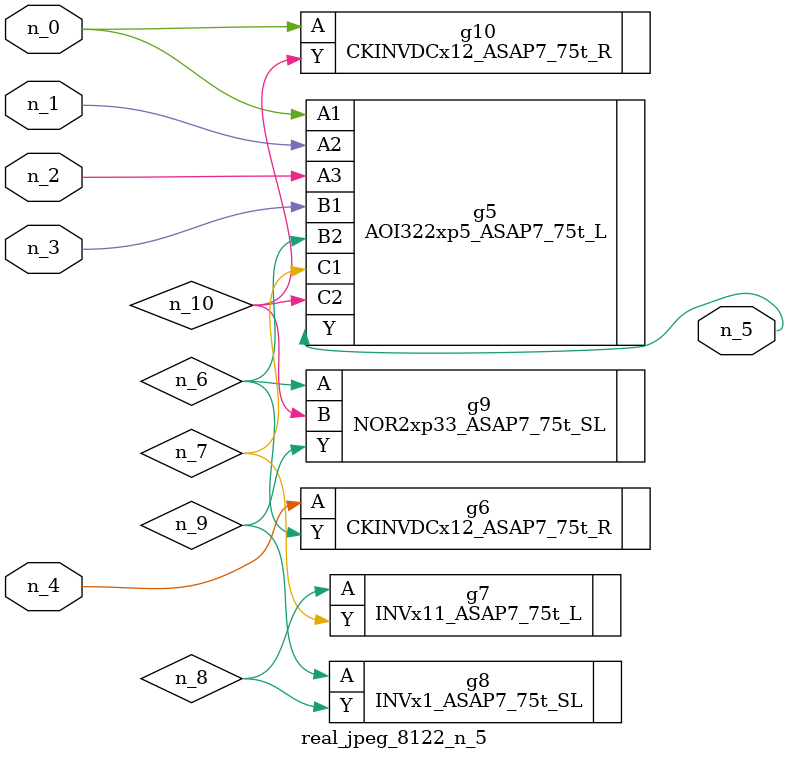
<source format=v>
module real_jpeg_8122_n_5 (n_4, n_0, n_1, n_2, n_3, n_5);

input n_4;
input n_0;
input n_1;
input n_2;
input n_3;

output n_5;

wire n_8;
wire n_6;
wire n_7;
wire n_10;
wire n_9;

AOI322xp5_ASAP7_75t_L g5 ( 
.A1(n_0),
.A2(n_1),
.A3(n_2),
.B1(n_3),
.B2(n_6),
.C1(n_7),
.C2(n_10),
.Y(n_5)
);

CKINVDCx12_ASAP7_75t_R g10 ( 
.A(n_0),
.Y(n_10)
);

CKINVDCx12_ASAP7_75t_R g6 ( 
.A(n_4),
.Y(n_6)
);

NOR2xp33_ASAP7_75t_SL g9 ( 
.A(n_6),
.B(n_10),
.Y(n_9)
);

INVx11_ASAP7_75t_L g7 ( 
.A(n_8),
.Y(n_7)
);

INVx1_ASAP7_75t_SL g8 ( 
.A(n_9),
.Y(n_8)
);


endmodule
</source>
